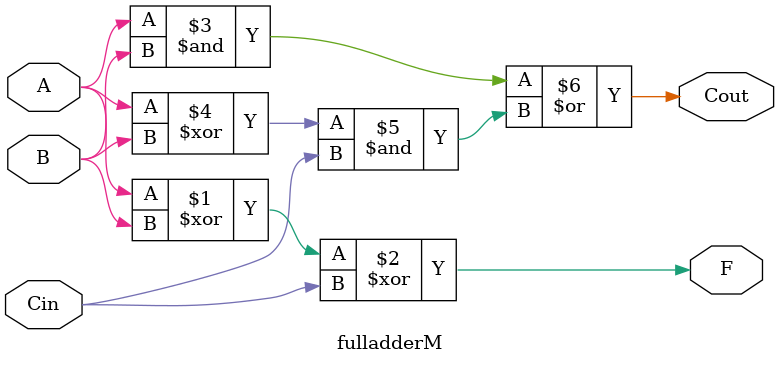
<source format=v>
`timescale 1ns / 1ps
module fulladderM(
    input Cin,
    input A,
    input B,
    output F,
    output Cout
    );
	 wire Cin,A,B,F,Cout;
	 //F ½øÎ»  Cout Êä³ö
	 assign F= A^B^Cin;
	 assign Cout=(A&B)|((A^B)&Cin);
	 


endmodule

</source>
